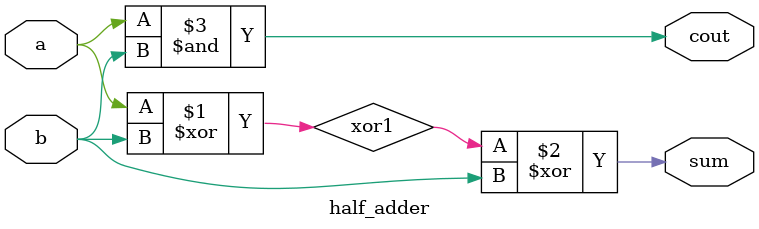
<source format=v>
module half_adder( 
input a, b,
output cout, sum );
wire xor1;
assign xor1 = a^b;
assign sum = xor1^b;
assign cout = a&b;

endmodule

</source>
